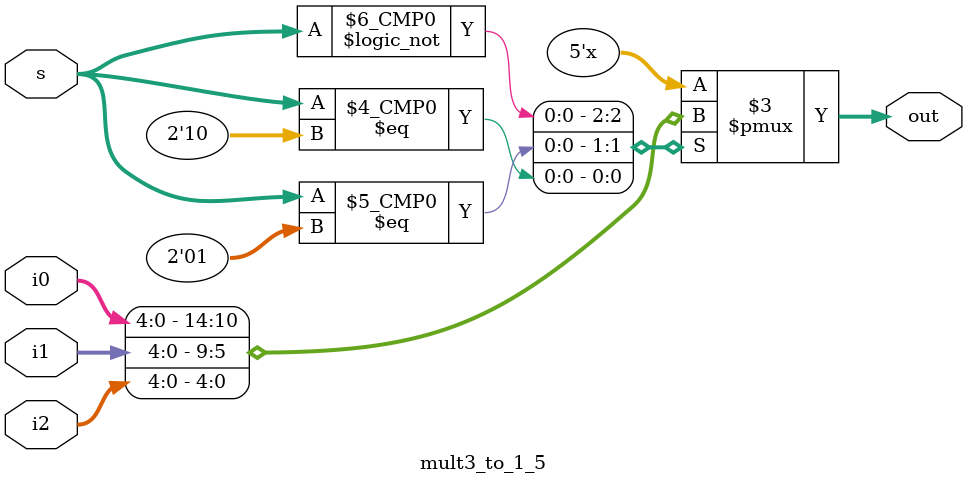
<source format=v>
module mult3_to_1_5(out,i0,i1,i2,s);
output [4:0] out;
input [4:0]i0,i1,i2;
input [1:0]s;
reg [4:0] out;
always @(s or i2 or i1 or i0)
begin
  case(s)
    2'b00: out=i0;
    2'b01: out=i1;
    2'b10: out=i2;
  endcase
end 
endmodule
</source>
